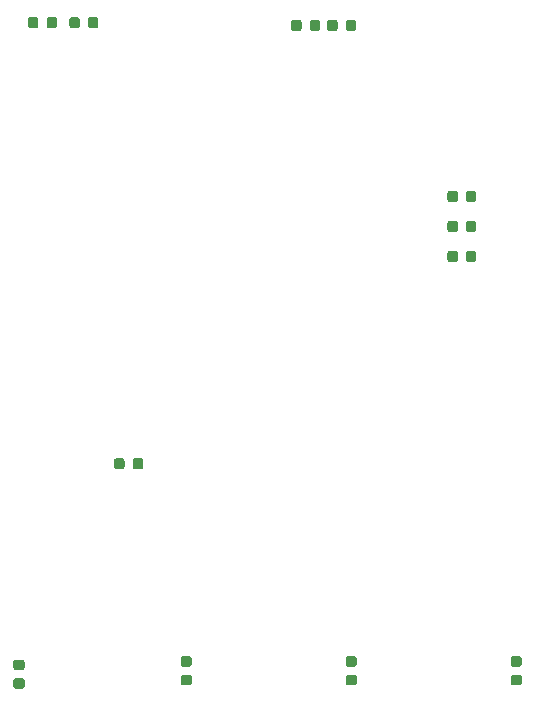
<source format=gbr>
G04 #@! TF.GenerationSoftware,KiCad,Pcbnew,5.0.2+dfsg1-1*
G04 #@! TF.CreationDate,2019-04-16T19:48:13-04:00*
G04 #@! TF.ProjectId,ThorntonAudio,54686f72-6e74-46f6-9e41-7564696f2e6b,rev?*
G04 #@! TF.SameCoordinates,Original*
G04 #@! TF.FileFunction,Paste,Bot*
G04 #@! TF.FilePolarity,Positive*
%FSLAX46Y46*%
G04 Gerber Fmt 4.6, Leading zero omitted, Abs format (unit mm)*
G04 Created by KiCad (PCBNEW 5.0.2+dfsg1-1) date Tue 16 Apr 2019 07:48:13 PM EDT*
%MOMM*%
%LPD*%
G01*
G04 APERTURE LIST*
%ADD10C,0.100000*%
%ADD11C,0.875000*%
G04 APERTURE END LIST*
D10*
G04 #@! TO.C,C18*
G36*
X175970691Y-61502053D02*
X175991926Y-61505203D01*
X176012750Y-61510419D01*
X176032962Y-61517651D01*
X176052368Y-61526830D01*
X176070781Y-61537866D01*
X176088024Y-61550654D01*
X176103930Y-61565070D01*
X176118346Y-61580976D01*
X176131134Y-61598219D01*
X176142170Y-61616632D01*
X176151349Y-61636038D01*
X176158581Y-61656250D01*
X176163797Y-61677074D01*
X176166947Y-61698309D01*
X176168000Y-61719750D01*
X176168000Y-62232250D01*
X176166947Y-62253691D01*
X176163797Y-62274926D01*
X176158581Y-62295750D01*
X176151349Y-62315962D01*
X176142170Y-62335368D01*
X176131134Y-62353781D01*
X176118346Y-62371024D01*
X176103930Y-62386930D01*
X176088024Y-62401346D01*
X176070781Y-62414134D01*
X176052368Y-62425170D01*
X176032962Y-62434349D01*
X176012750Y-62441581D01*
X175991926Y-62446797D01*
X175970691Y-62449947D01*
X175949250Y-62451000D01*
X175511750Y-62451000D01*
X175490309Y-62449947D01*
X175469074Y-62446797D01*
X175448250Y-62441581D01*
X175428038Y-62434349D01*
X175408632Y-62425170D01*
X175390219Y-62414134D01*
X175372976Y-62401346D01*
X175357070Y-62386930D01*
X175342654Y-62371024D01*
X175329866Y-62353781D01*
X175318830Y-62335368D01*
X175309651Y-62315962D01*
X175302419Y-62295750D01*
X175297203Y-62274926D01*
X175294053Y-62253691D01*
X175293000Y-62232250D01*
X175293000Y-61719750D01*
X175294053Y-61698309D01*
X175297203Y-61677074D01*
X175302419Y-61656250D01*
X175309651Y-61636038D01*
X175318830Y-61616632D01*
X175329866Y-61598219D01*
X175342654Y-61580976D01*
X175357070Y-61565070D01*
X175372976Y-61550654D01*
X175390219Y-61537866D01*
X175408632Y-61526830D01*
X175428038Y-61517651D01*
X175448250Y-61510419D01*
X175469074Y-61505203D01*
X175490309Y-61502053D01*
X175511750Y-61501000D01*
X175949250Y-61501000D01*
X175970691Y-61502053D01*
X175970691Y-61502053D01*
G37*
D11*
X175730500Y-61976000D03*
D10*
G36*
X177545691Y-61502053D02*
X177566926Y-61505203D01*
X177587750Y-61510419D01*
X177607962Y-61517651D01*
X177627368Y-61526830D01*
X177645781Y-61537866D01*
X177663024Y-61550654D01*
X177678930Y-61565070D01*
X177693346Y-61580976D01*
X177706134Y-61598219D01*
X177717170Y-61616632D01*
X177726349Y-61636038D01*
X177733581Y-61656250D01*
X177738797Y-61677074D01*
X177741947Y-61698309D01*
X177743000Y-61719750D01*
X177743000Y-62232250D01*
X177741947Y-62253691D01*
X177738797Y-62274926D01*
X177733581Y-62295750D01*
X177726349Y-62315962D01*
X177717170Y-62335368D01*
X177706134Y-62353781D01*
X177693346Y-62371024D01*
X177678930Y-62386930D01*
X177663024Y-62401346D01*
X177645781Y-62414134D01*
X177627368Y-62425170D01*
X177607962Y-62434349D01*
X177587750Y-62441581D01*
X177566926Y-62446797D01*
X177545691Y-62449947D01*
X177524250Y-62451000D01*
X177086750Y-62451000D01*
X177065309Y-62449947D01*
X177044074Y-62446797D01*
X177023250Y-62441581D01*
X177003038Y-62434349D01*
X176983632Y-62425170D01*
X176965219Y-62414134D01*
X176947976Y-62401346D01*
X176932070Y-62386930D01*
X176917654Y-62371024D01*
X176904866Y-62353781D01*
X176893830Y-62335368D01*
X176884651Y-62315962D01*
X176877419Y-62295750D01*
X176872203Y-62274926D01*
X176869053Y-62253691D01*
X176868000Y-62232250D01*
X176868000Y-61719750D01*
X176869053Y-61698309D01*
X176872203Y-61677074D01*
X176877419Y-61656250D01*
X176884651Y-61636038D01*
X176893830Y-61616632D01*
X176904866Y-61598219D01*
X176917654Y-61580976D01*
X176932070Y-61565070D01*
X176947976Y-61550654D01*
X176965219Y-61537866D01*
X176983632Y-61526830D01*
X177003038Y-61517651D01*
X177023250Y-61510419D01*
X177044074Y-61505203D01*
X177065309Y-61502053D01*
X177086750Y-61501000D01*
X177524250Y-61501000D01*
X177545691Y-61502053D01*
X177545691Y-61502053D01*
G37*
D11*
X177305500Y-61976000D03*
G04 #@! TD*
D10*
G04 #@! TO.C,C17*
G36*
X172922691Y-61502053D02*
X172943926Y-61505203D01*
X172964750Y-61510419D01*
X172984962Y-61517651D01*
X173004368Y-61526830D01*
X173022781Y-61537866D01*
X173040024Y-61550654D01*
X173055930Y-61565070D01*
X173070346Y-61580976D01*
X173083134Y-61598219D01*
X173094170Y-61616632D01*
X173103349Y-61636038D01*
X173110581Y-61656250D01*
X173115797Y-61677074D01*
X173118947Y-61698309D01*
X173120000Y-61719750D01*
X173120000Y-62232250D01*
X173118947Y-62253691D01*
X173115797Y-62274926D01*
X173110581Y-62295750D01*
X173103349Y-62315962D01*
X173094170Y-62335368D01*
X173083134Y-62353781D01*
X173070346Y-62371024D01*
X173055930Y-62386930D01*
X173040024Y-62401346D01*
X173022781Y-62414134D01*
X173004368Y-62425170D01*
X172984962Y-62434349D01*
X172964750Y-62441581D01*
X172943926Y-62446797D01*
X172922691Y-62449947D01*
X172901250Y-62451000D01*
X172463750Y-62451000D01*
X172442309Y-62449947D01*
X172421074Y-62446797D01*
X172400250Y-62441581D01*
X172380038Y-62434349D01*
X172360632Y-62425170D01*
X172342219Y-62414134D01*
X172324976Y-62401346D01*
X172309070Y-62386930D01*
X172294654Y-62371024D01*
X172281866Y-62353781D01*
X172270830Y-62335368D01*
X172261651Y-62315962D01*
X172254419Y-62295750D01*
X172249203Y-62274926D01*
X172246053Y-62253691D01*
X172245000Y-62232250D01*
X172245000Y-61719750D01*
X172246053Y-61698309D01*
X172249203Y-61677074D01*
X172254419Y-61656250D01*
X172261651Y-61636038D01*
X172270830Y-61616632D01*
X172281866Y-61598219D01*
X172294654Y-61580976D01*
X172309070Y-61565070D01*
X172324976Y-61550654D01*
X172342219Y-61537866D01*
X172360632Y-61526830D01*
X172380038Y-61517651D01*
X172400250Y-61510419D01*
X172421074Y-61505203D01*
X172442309Y-61502053D01*
X172463750Y-61501000D01*
X172901250Y-61501000D01*
X172922691Y-61502053D01*
X172922691Y-61502053D01*
G37*
D11*
X172682500Y-61976000D03*
D10*
G36*
X174497691Y-61502053D02*
X174518926Y-61505203D01*
X174539750Y-61510419D01*
X174559962Y-61517651D01*
X174579368Y-61526830D01*
X174597781Y-61537866D01*
X174615024Y-61550654D01*
X174630930Y-61565070D01*
X174645346Y-61580976D01*
X174658134Y-61598219D01*
X174669170Y-61616632D01*
X174678349Y-61636038D01*
X174685581Y-61656250D01*
X174690797Y-61677074D01*
X174693947Y-61698309D01*
X174695000Y-61719750D01*
X174695000Y-62232250D01*
X174693947Y-62253691D01*
X174690797Y-62274926D01*
X174685581Y-62295750D01*
X174678349Y-62315962D01*
X174669170Y-62335368D01*
X174658134Y-62353781D01*
X174645346Y-62371024D01*
X174630930Y-62386930D01*
X174615024Y-62401346D01*
X174597781Y-62414134D01*
X174579368Y-62425170D01*
X174559962Y-62434349D01*
X174539750Y-62441581D01*
X174518926Y-62446797D01*
X174497691Y-62449947D01*
X174476250Y-62451000D01*
X174038750Y-62451000D01*
X174017309Y-62449947D01*
X173996074Y-62446797D01*
X173975250Y-62441581D01*
X173955038Y-62434349D01*
X173935632Y-62425170D01*
X173917219Y-62414134D01*
X173899976Y-62401346D01*
X173884070Y-62386930D01*
X173869654Y-62371024D01*
X173856866Y-62353781D01*
X173845830Y-62335368D01*
X173836651Y-62315962D01*
X173829419Y-62295750D01*
X173824203Y-62274926D01*
X173821053Y-62253691D01*
X173820000Y-62232250D01*
X173820000Y-61719750D01*
X173821053Y-61698309D01*
X173824203Y-61677074D01*
X173829419Y-61656250D01*
X173836651Y-61636038D01*
X173845830Y-61616632D01*
X173856866Y-61598219D01*
X173869654Y-61580976D01*
X173884070Y-61565070D01*
X173899976Y-61550654D01*
X173917219Y-61537866D01*
X173935632Y-61526830D01*
X173955038Y-61517651D01*
X173975250Y-61510419D01*
X173996074Y-61505203D01*
X174017309Y-61502053D01*
X174038750Y-61501000D01*
X174476250Y-61501000D01*
X174497691Y-61502053D01*
X174497691Y-61502053D01*
G37*
D11*
X174257500Y-61976000D03*
G04 #@! TD*
D10*
G04 #@! TO.C,R3*
G36*
X191576691Y-116962553D02*
X191597926Y-116965703D01*
X191618750Y-116970919D01*
X191638962Y-116978151D01*
X191658368Y-116987330D01*
X191676781Y-116998366D01*
X191694024Y-117011154D01*
X191709930Y-117025570D01*
X191724346Y-117041476D01*
X191737134Y-117058719D01*
X191748170Y-117077132D01*
X191757349Y-117096538D01*
X191764581Y-117116750D01*
X191769797Y-117137574D01*
X191772947Y-117158809D01*
X191774000Y-117180250D01*
X191774000Y-117617750D01*
X191772947Y-117639191D01*
X191769797Y-117660426D01*
X191764581Y-117681250D01*
X191757349Y-117701462D01*
X191748170Y-117720868D01*
X191737134Y-117739281D01*
X191724346Y-117756524D01*
X191709930Y-117772430D01*
X191694024Y-117786846D01*
X191676781Y-117799634D01*
X191658368Y-117810670D01*
X191638962Y-117819849D01*
X191618750Y-117827081D01*
X191597926Y-117832297D01*
X191576691Y-117835447D01*
X191555250Y-117836500D01*
X191042750Y-117836500D01*
X191021309Y-117835447D01*
X191000074Y-117832297D01*
X190979250Y-117827081D01*
X190959038Y-117819849D01*
X190939632Y-117810670D01*
X190921219Y-117799634D01*
X190903976Y-117786846D01*
X190888070Y-117772430D01*
X190873654Y-117756524D01*
X190860866Y-117739281D01*
X190849830Y-117720868D01*
X190840651Y-117701462D01*
X190833419Y-117681250D01*
X190828203Y-117660426D01*
X190825053Y-117639191D01*
X190824000Y-117617750D01*
X190824000Y-117180250D01*
X190825053Y-117158809D01*
X190828203Y-117137574D01*
X190833419Y-117116750D01*
X190840651Y-117096538D01*
X190849830Y-117077132D01*
X190860866Y-117058719D01*
X190873654Y-117041476D01*
X190888070Y-117025570D01*
X190903976Y-117011154D01*
X190921219Y-116998366D01*
X190939632Y-116987330D01*
X190959038Y-116978151D01*
X190979250Y-116970919D01*
X191000074Y-116965703D01*
X191021309Y-116962553D01*
X191042750Y-116961500D01*
X191555250Y-116961500D01*
X191576691Y-116962553D01*
X191576691Y-116962553D01*
G37*
D11*
X191299000Y-117399000D03*
D10*
G36*
X191576691Y-115387553D02*
X191597926Y-115390703D01*
X191618750Y-115395919D01*
X191638962Y-115403151D01*
X191658368Y-115412330D01*
X191676781Y-115423366D01*
X191694024Y-115436154D01*
X191709930Y-115450570D01*
X191724346Y-115466476D01*
X191737134Y-115483719D01*
X191748170Y-115502132D01*
X191757349Y-115521538D01*
X191764581Y-115541750D01*
X191769797Y-115562574D01*
X191772947Y-115583809D01*
X191774000Y-115605250D01*
X191774000Y-116042750D01*
X191772947Y-116064191D01*
X191769797Y-116085426D01*
X191764581Y-116106250D01*
X191757349Y-116126462D01*
X191748170Y-116145868D01*
X191737134Y-116164281D01*
X191724346Y-116181524D01*
X191709930Y-116197430D01*
X191694024Y-116211846D01*
X191676781Y-116224634D01*
X191658368Y-116235670D01*
X191638962Y-116244849D01*
X191618750Y-116252081D01*
X191597926Y-116257297D01*
X191576691Y-116260447D01*
X191555250Y-116261500D01*
X191042750Y-116261500D01*
X191021309Y-116260447D01*
X191000074Y-116257297D01*
X190979250Y-116252081D01*
X190959038Y-116244849D01*
X190939632Y-116235670D01*
X190921219Y-116224634D01*
X190903976Y-116211846D01*
X190888070Y-116197430D01*
X190873654Y-116181524D01*
X190860866Y-116164281D01*
X190849830Y-116145868D01*
X190840651Y-116126462D01*
X190833419Y-116106250D01*
X190828203Y-116085426D01*
X190825053Y-116064191D01*
X190824000Y-116042750D01*
X190824000Y-115605250D01*
X190825053Y-115583809D01*
X190828203Y-115562574D01*
X190833419Y-115541750D01*
X190840651Y-115521538D01*
X190849830Y-115502132D01*
X190860866Y-115483719D01*
X190873654Y-115466476D01*
X190888070Y-115450570D01*
X190903976Y-115436154D01*
X190921219Y-115423366D01*
X190939632Y-115412330D01*
X190959038Y-115403151D01*
X190979250Y-115395919D01*
X191000074Y-115390703D01*
X191021309Y-115387553D01*
X191042750Y-115386500D01*
X191555250Y-115386500D01*
X191576691Y-115387553D01*
X191576691Y-115387553D01*
G37*
D11*
X191299000Y-115824000D03*
G04 #@! TD*
D10*
G04 #@! TO.C,R10*
G36*
X186154191Y-75980053D02*
X186175426Y-75983203D01*
X186196250Y-75988419D01*
X186216462Y-75995651D01*
X186235868Y-76004830D01*
X186254281Y-76015866D01*
X186271524Y-76028654D01*
X186287430Y-76043070D01*
X186301846Y-76058976D01*
X186314634Y-76076219D01*
X186325670Y-76094632D01*
X186334849Y-76114038D01*
X186342081Y-76134250D01*
X186347297Y-76155074D01*
X186350447Y-76176309D01*
X186351500Y-76197750D01*
X186351500Y-76710250D01*
X186350447Y-76731691D01*
X186347297Y-76752926D01*
X186342081Y-76773750D01*
X186334849Y-76793962D01*
X186325670Y-76813368D01*
X186314634Y-76831781D01*
X186301846Y-76849024D01*
X186287430Y-76864930D01*
X186271524Y-76879346D01*
X186254281Y-76892134D01*
X186235868Y-76903170D01*
X186216462Y-76912349D01*
X186196250Y-76919581D01*
X186175426Y-76924797D01*
X186154191Y-76927947D01*
X186132750Y-76929000D01*
X185695250Y-76929000D01*
X185673809Y-76927947D01*
X185652574Y-76924797D01*
X185631750Y-76919581D01*
X185611538Y-76912349D01*
X185592132Y-76903170D01*
X185573719Y-76892134D01*
X185556476Y-76879346D01*
X185540570Y-76864930D01*
X185526154Y-76849024D01*
X185513366Y-76831781D01*
X185502330Y-76813368D01*
X185493151Y-76793962D01*
X185485919Y-76773750D01*
X185480703Y-76752926D01*
X185477553Y-76731691D01*
X185476500Y-76710250D01*
X185476500Y-76197750D01*
X185477553Y-76176309D01*
X185480703Y-76155074D01*
X185485919Y-76134250D01*
X185493151Y-76114038D01*
X185502330Y-76094632D01*
X185513366Y-76076219D01*
X185526154Y-76058976D01*
X185540570Y-76043070D01*
X185556476Y-76028654D01*
X185573719Y-76015866D01*
X185592132Y-76004830D01*
X185611538Y-75995651D01*
X185631750Y-75988419D01*
X185652574Y-75983203D01*
X185673809Y-75980053D01*
X185695250Y-75979000D01*
X186132750Y-75979000D01*
X186154191Y-75980053D01*
X186154191Y-75980053D01*
G37*
D11*
X185914000Y-76454000D03*
D10*
G36*
X187729191Y-75980053D02*
X187750426Y-75983203D01*
X187771250Y-75988419D01*
X187791462Y-75995651D01*
X187810868Y-76004830D01*
X187829281Y-76015866D01*
X187846524Y-76028654D01*
X187862430Y-76043070D01*
X187876846Y-76058976D01*
X187889634Y-76076219D01*
X187900670Y-76094632D01*
X187909849Y-76114038D01*
X187917081Y-76134250D01*
X187922297Y-76155074D01*
X187925447Y-76176309D01*
X187926500Y-76197750D01*
X187926500Y-76710250D01*
X187925447Y-76731691D01*
X187922297Y-76752926D01*
X187917081Y-76773750D01*
X187909849Y-76793962D01*
X187900670Y-76813368D01*
X187889634Y-76831781D01*
X187876846Y-76849024D01*
X187862430Y-76864930D01*
X187846524Y-76879346D01*
X187829281Y-76892134D01*
X187810868Y-76903170D01*
X187791462Y-76912349D01*
X187771250Y-76919581D01*
X187750426Y-76924797D01*
X187729191Y-76927947D01*
X187707750Y-76929000D01*
X187270250Y-76929000D01*
X187248809Y-76927947D01*
X187227574Y-76924797D01*
X187206750Y-76919581D01*
X187186538Y-76912349D01*
X187167132Y-76903170D01*
X187148719Y-76892134D01*
X187131476Y-76879346D01*
X187115570Y-76864930D01*
X187101154Y-76849024D01*
X187088366Y-76831781D01*
X187077330Y-76813368D01*
X187068151Y-76793962D01*
X187060919Y-76773750D01*
X187055703Y-76752926D01*
X187052553Y-76731691D01*
X187051500Y-76710250D01*
X187051500Y-76197750D01*
X187052553Y-76176309D01*
X187055703Y-76155074D01*
X187060919Y-76134250D01*
X187068151Y-76114038D01*
X187077330Y-76094632D01*
X187088366Y-76076219D01*
X187101154Y-76058976D01*
X187115570Y-76043070D01*
X187131476Y-76028654D01*
X187148719Y-76015866D01*
X187167132Y-76004830D01*
X187186538Y-75995651D01*
X187206750Y-75988419D01*
X187227574Y-75983203D01*
X187248809Y-75980053D01*
X187270250Y-75979000D01*
X187707750Y-75979000D01*
X187729191Y-75980053D01*
X187729191Y-75980053D01*
G37*
D11*
X187489000Y-76454000D03*
G04 #@! TD*
D10*
G04 #@! TO.C,R9*
G36*
X187729191Y-78520053D02*
X187750426Y-78523203D01*
X187771250Y-78528419D01*
X187791462Y-78535651D01*
X187810868Y-78544830D01*
X187829281Y-78555866D01*
X187846524Y-78568654D01*
X187862430Y-78583070D01*
X187876846Y-78598976D01*
X187889634Y-78616219D01*
X187900670Y-78634632D01*
X187909849Y-78654038D01*
X187917081Y-78674250D01*
X187922297Y-78695074D01*
X187925447Y-78716309D01*
X187926500Y-78737750D01*
X187926500Y-79250250D01*
X187925447Y-79271691D01*
X187922297Y-79292926D01*
X187917081Y-79313750D01*
X187909849Y-79333962D01*
X187900670Y-79353368D01*
X187889634Y-79371781D01*
X187876846Y-79389024D01*
X187862430Y-79404930D01*
X187846524Y-79419346D01*
X187829281Y-79432134D01*
X187810868Y-79443170D01*
X187791462Y-79452349D01*
X187771250Y-79459581D01*
X187750426Y-79464797D01*
X187729191Y-79467947D01*
X187707750Y-79469000D01*
X187270250Y-79469000D01*
X187248809Y-79467947D01*
X187227574Y-79464797D01*
X187206750Y-79459581D01*
X187186538Y-79452349D01*
X187167132Y-79443170D01*
X187148719Y-79432134D01*
X187131476Y-79419346D01*
X187115570Y-79404930D01*
X187101154Y-79389024D01*
X187088366Y-79371781D01*
X187077330Y-79353368D01*
X187068151Y-79333962D01*
X187060919Y-79313750D01*
X187055703Y-79292926D01*
X187052553Y-79271691D01*
X187051500Y-79250250D01*
X187051500Y-78737750D01*
X187052553Y-78716309D01*
X187055703Y-78695074D01*
X187060919Y-78674250D01*
X187068151Y-78654038D01*
X187077330Y-78634632D01*
X187088366Y-78616219D01*
X187101154Y-78598976D01*
X187115570Y-78583070D01*
X187131476Y-78568654D01*
X187148719Y-78555866D01*
X187167132Y-78544830D01*
X187186538Y-78535651D01*
X187206750Y-78528419D01*
X187227574Y-78523203D01*
X187248809Y-78520053D01*
X187270250Y-78519000D01*
X187707750Y-78519000D01*
X187729191Y-78520053D01*
X187729191Y-78520053D01*
G37*
D11*
X187489000Y-78994000D03*
D10*
G36*
X186154191Y-78520053D02*
X186175426Y-78523203D01*
X186196250Y-78528419D01*
X186216462Y-78535651D01*
X186235868Y-78544830D01*
X186254281Y-78555866D01*
X186271524Y-78568654D01*
X186287430Y-78583070D01*
X186301846Y-78598976D01*
X186314634Y-78616219D01*
X186325670Y-78634632D01*
X186334849Y-78654038D01*
X186342081Y-78674250D01*
X186347297Y-78695074D01*
X186350447Y-78716309D01*
X186351500Y-78737750D01*
X186351500Y-79250250D01*
X186350447Y-79271691D01*
X186347297Y-79292926D01*
X186342081Y-79313750D01*
X186334849Y-79333962D01*
X186325670Y-79353368D01*
X186314634Y-79371781D01*
X186301846Y-79389024D01*
X186287430Y-79404930D01*
X186271524Y-79419346D01*
X186254281Y-79432134D01*
X186235868Y-79443170D01*
X186216462Y-79452349D01*
X186196250Y-79459581D01*
X186175426Y-79464797D01*
X186154191Y-79467947D01*
X186132750Y-79469000D01*
X185695250Y-79469000D01*
X185673809Y-79467947D01*
X185652574Y-79464797D01*
X185631750Y-79459581D01*
X185611538Y-79452349D01*
X185592132Y-79443170D01*
X185573719Y-79432134D01*
X185556476Y-79419346D01*
X185540570Y-79404930D01*
X185526154Y-79389024D01*
X185513366Y-79371781D01*
X185502330Y-79353368D01*
X185493151Y-79333962D01*
X185485919Y-79313750D01*
X185480703Y-79292926D01*
X185477553Y-79271691D01*
X185476500Y-79250250D01*
X185476500Y-78737750D01*
X185477553Y-78716309D01*
X185480703Y-78695074D01*
X185485919Y-78674250D01*
X185493151Y-78654038D01*
X185502330Y-78634632D01*
X185513366Y-78616219D01*
X185526154Y-78598976D01*
X185540570Y-78583070D01*
X185556476Y-78568654D01*
X185573719Y-78555866D01*
X185592132Y-78544830D01*
X185611538Y-78535651D01*
X185631750Y-78528419D01*
X185652574Y-78523203D01*
X185673809Y-78520053D01*
X185695250Y-78519000D01*
X186132750Y-78519000D01*
X186154191Y-78520053D01*
X186154191Y-78520053D01*
G37*
D11*
X185914000Y-78994000D03*
G04 #@! TD*
D10*
G04 #@! TO.C,R8*
G36*
X186154191Y-81060053D02*
X186175426Y-81063203D01*
X186196250Y-81068419D01*
X186216462Y-81075651D01*
X186235868Y-81084830D01*
X186254281Y-81095866D01*
X186271524Y-81108654D01*
X186287430Y-81123070D01*
X186301846Y-81138976D01*
X186314634Y-81156219D01*
X186325670Y-81174632D01*
X186334849Y-81194038D01*
X186342081Y-81214250D01*
X186347297Y-81235074D01*
X186350447Y-81256309D01*
X186351500Y-81277750D01*
X186351500Y-81790250D01*
X186350447Y-81811691D01*
X186347297Y-81832926D01*
X186342081Y-81853750D01*
X186334849Y-81873962D01*
X186325670Y-81893368D01*
X186314634Y-81911781D01*
X186301846Y-81929024D01*
X186287430Y-81944930D01*
X186271524Y-81959346D01*
X186254281Y-81972134D01*
X186235868Y-81983170D01*
X186216462Y-81992349D01*
X186196250Y-81999581D01*
X186175426Y-82004797D01*
X186154191Y-82007947D01*
X186132750Y-82009000D01*
X185695250Y-82009000D01*
X185673809Y-82007947D01*
X185652574Y-82004797D01*
X185631750Y-81999581D01*
X185611538Y-81992349D01*
X185592132Y-81983170D01*
X185573719Y-81972134D01*
X185556476Y-81959346D01*
X185540570Y-81944930D01*
X185526154Y-81929024D01*
X185513366Y-81911781D01*
X185502330Y-81893368D01*
X185493151Y-81873962D01*
X185485919Y-81853750D01*
X185480703Y-81832926D01*
X185477553Y-81811691D01*
X185476500Y-81790250D01*
X185476500Y-81277750D01*
X185477553Y-81256309D01*
X185480703Y-81235074D01*
X185485919Y-81214250D01*
X185493151Y-81194038D01*
X185502330Y-81174632D01*
X185513366Y-81156219D01*
X185526154Y-81138976D01*
X185540570Y-81123070D01*
X185556476Y-81108654D01*
X185573719Y-81095866D01*
X185592132Y-81084830D01*
X185611538Y-81075651D01*
X185631750Y-81068419D01*
X185652574Y-81063203D01*
X185673809Y-81060053D01*
X185695250Y-81059000D01*
X186132750Y-81059000D01*
X186154191Y-81060053D01*
X186154191Y-81060053D01*
G37*
D11*
X185914000Y-81534000D03*
D10*
G36*
X187729191Y-81060053D02*
X187750426Y-81063203D01*
X187771250Y-81068419D01*
X187791462Y-81075651D01*
X187810868Y-81084830D01*
X187829281Y-81095866D01*
X187846524Y-81108654D01*
X187862430Y-81123070D01*
X187876846Y-81138976D01*
X187889634Y-81156219D01*
X187900670Y-81174632D01*
X187909849Y-81194038D01*
X187917081Y-81214250D01*
X187922297Y-81235074D01*
X187925447Y-81256309D01*
X187926500Y-81277750D01*
X187926500Y-81790250D01*
X187925447Y-81811691D01*
X187922297Y-81832926D01*
X187917081Y-81853750D01*
X187909849Y-81873962D01*
X187900670Y-81893368D01*
X187889634Y-81911781D01*
X187876846Y-81929024D01*
X187862430Y-81944930D01*
X187846524Y-81959346D01*
X187829281Y-81972134D01*
X187810868Y-81983170D01*
X187791462Y-81992349D01*
X187771250Y-81999581D01*
X187750426Y-82004797D01*
X187729191Y-82007947D01*
X187707750Y-82009000D01*
X187270250Y-82009000D01*
X187248809Y-82007947D01*
X187227574Y-82004797D01*
X187206750Y-81999581D01*
X187186538Y-81992349D01*
X187167132Y-81983170D01*
X187148719Y-81972134D01*
X187131476Y-81959346D01*
X187115570Y-81944930D01*
X187101154Y-81929024D01*
X187088366Y-81911781D01*
X187077330Y-81893368D01*
X187068151Y-81873962D01*
X187060919Y-81853750D01*
X187055703Y-81832926D01*
X187052553Y-81811691D01*
X187051500Y-81790250D01*
X187051500Y-81277750D01*
X187052553Y-81256309D01*
X187055703Y-81235074D01*
X187060919Y-81214250D01*
X187068151Y-81194038D01*
X187077330Y-81174632D01*
X187088366Y-81156219D01*
X187101154Y-81138976D01*
X187115570Y-81123070D01*
X187131476Y-81108654D01*
X187148719Y-81095866D01*
X187167132Y-81084830D01*
X187186538Y-81075651D01*
X187206750Y-81068419D01*
X187227574Y-81063203D01*
X187248809Y-81060053D01*
X187270250Y-81059000D01*
X187707750Y-81059000D01*
X187729191Y-81060053D01*
X187729191Y-81060053D01*
G37*
D11*
X187489000Y-81534000D03*
G04 #@! TD*
D10*
G04 #@! TO.C,R7*
G36*
X157934691Y-98611553D02*
X157955926Y-98614703D01*
X157976750Y-98619919D01*
X157996962Y-98627151D01*
X158016368Y-98636330D01*
X158034781Y-98647366D01*
X158052024Y-98660154D01*
X158067930Y-98674570D01*
X158082346Y-98690476D01*
X158095134Y-98707719D01*
X158106170Y-98726132D01*
X158115349Y-98745538D01*
X158122581Y-98765750D01*
X158127797Y-98786574D01*
X158130947Y-98807809D01*
X158132000Y-98829250D01*
X158132000Y-99341750D01*
X158130947Y-99363191D01*
X158127797Y-99384426D01*
X158122581Y-99405250D01*
X158115349Y-99425462D01*
X158106170Y-99444868D01*
X158095134Y-99463281D01*
X158082346Y-99480524D01*
X158067930Y-99496430D01*
X158052024Y-99510846D01*
X158034781Y-99523634D01*
X158016368Y-99534670D01*
X157996962Y-99543849D01*
X157976750Y-99551081D01*
X157955926Y-99556297D01*
X157934691Y-99559447D01*
X157913250Y-99560500D01*
X157475750Y-99560500D01*
X157454309Y-99559447D01*
X157433074Y-99556297D01*
X157412250Y-99551081D01*
X157392038Y-99543849D01*
X157372632Y-99534670D01*
X157354219Y-99523634D01*
X157336976Y-99510846D01*
X157321070Y-99496430D01*
X157306654Y-99480524D01*
X157293866Y-99463281D01*
X157282830Y-99444868D01*
X157273651Y-99425462D01*
X157266419Y-99405250D01*
X157261203Y-99384426D01*
X157258053Y-99363191D01*
X157257000Y-99341750D01*
X157257000Y-98829250D01*
X157258053Y-98807809D01*
X157261203Y-98786574D01*
X157266419Y-98765750D01*
X157273651Y-98745538D01*
X157282830Y-98726132D01*
X157293866Y-98707719D01*
X157306654Y-98690476D01*
X157321070Y-98674570D01*
X157336976Y-98660154D01*
X157354219Y-98647366D01*
X157372632Y-98636330D01*
X157392038Y-98627151D01*
X157412250Y-98619919D01*
X157433074Y-98614703D01*
X157454309Y-98611553D01*
X157475750Y-98610500D01*
X157913250Y-98610500D01*
X157934691Y-98611553D01*
X157934691Y-98611553D01*
G37*
D11*
X157694500Y-99085500D03*
D10*
G36*
X159509691Y-98611553D02*
X159530926Y-98614703D01*
X159551750Y-98619919D01*
X159571962Y-98627151D01*
X159591368Y-98636330D01*
X159609781Y-98647366D01*
X159627024Y-98660154D01*
X159642930Y-98674570D01*
X159657346Y-98690476D01*
X159670134Y-98707719D01*
X159681170Y-98726132D01*
X159690349Y-98745538D01*
X159697581Y-98765750D01*
X159702797Y-98786574D01*
X159705947Y-98807809D01*
X159707000Y-98829250D01*
X159707000Y-99341750D01*
X159705947Y-99363191D01*
X159702797Y-99384426D01*
X159697581Y-99405250D01*
X159690349Y-99425462D01*
X159681170Y-99444868D01*
X159670134Y-99463281D01*
X159657346Y-99480524D01*
X159642930Y-99496430D01*
X159627024Y-99510846D01*
X159609781Y-99523634D01*
X159591368Y-99534670D01*
X159571962Y-99543849D01*
X159551750Y-99551081D01*
X159530926Y-99556297D01*
X159509691Y-99559447D01*
X159488250Y-99560500D01*
X159050750Y-99560500D01*
X159029309Y-99559447D01*
X159008074Y-99556297D01*
X158987250Y-99551081D01*
X158967038Y-99543849D01*
X158947632Y-99534670D01*
X158929219Y-99523634D01*
X158911976Y-99510846D01*
X158896070Y-99496430D01*
X158881654Y-99480524D01*
X158868866Y-99463281D01*
X158857830Y-99444868D01*
X158848651Y-99425462D01*
X158841419Y-99405250D01*
X158836203Y-99384426D01*
X158833053Y-99363191D01*
X158832000Y-99341750D01*
X158832000Y-98829250D01*
X158833053Y-98807809D01*
X158836203Y-98786574D01*
X158841419Y-98765750D01*
X158848651Y-98745538D01*
X158857830Y-98726132D01*
X158868866Y-98707719D01*
X158881654Y-98690476D01*
X158896070Y-98674570D01*
X158911976Y-98660154D01*
X158929219Y-98647366D01*
X158947632Y-98636330D01*
X158967038Y-98627151D01*
X158987250Y-98619919D01*
X159008074Y-98614703D01*
X159029309Y-98611553D01*
X159050750Y-98610500D01*
X159488250Y-98610500D01*
X159509691Y-98611553D01*
X159509691Y-98611553D01*
G37*
D11*
X159269500Y-99085500D03*
G04 #@! TD*
D10*
G04 #@! TO.C,R6*
G36*
X149472691Y-115675553D02*
X149493926Y-115678703D01*
X149514750Y-115683919D01*
X149534962Y-115691151D01*
X149554368Y-115700330D01*
X149572781Y-115711366D01*
X149590024Y-115724154D01*
X149605930Y-115738570D01*
X149620346Y-115754476D01*
X149633134Y-115771719D01*
X149644170Y-115790132D01*
X149653349Y-115809538D01*
X149660581Y-115829750D01*
X149665797Y-115850574D01*
X149668947Y-115871809D01*
X149670000Y-115893250D01*
X149670000Y-116330750D01*
X149668947Y-116352191D01*
X149665797Y-116373426D01*
X149660581Y-116394250D01*
X149653349Y-116414462D01*
X149644170Y-116433868D01*
X149633134Y-116452281D01*
X149620346Y-116469524D01*
X149605930Y-116485430D01*
X149590024Y-116499846D01*
X149572781Y-116512634D01*
X149554368Y-116523670D01*
X149534962Y-116532849D01*
X149514750Y-116540081D01*
X149493926Y-116545297D01*
X149472691Y-116548447D01*
X149451250Y-116549500D01*
X148938750Y-116549500D01*
X148917309Y-116548447D01*
X148896074Y-116545297D01*
X148875250Y-116540081D01*
X148855038Y-116532849D01*
X148835632Y-116523670D01*
X148817219Y-116512634D01*
X148799976Y-116499846D01*
X148784070Y-116485430D01*
X148769654Y-116469524D01*
X148756866Y-116452281D01*
X148745830Y-116433868D01*
X148736651Y-116414462D01*
X148729419Y-116394250D01*
X148724203Y-116373426D01*
X148721053Y-116352191D01*
X148720000Y-116330750D01*
X148720000Y-115893250D01*
X148721053Y-115871809D01*
X148724203Y-115850574D01*
X148729419Y-115829750D01*
X148736651Y-115809538D01*
X148745830Y-115790132D01*
X148756866Y-115771719D01*
X148769654Y-115754476D01*
X148784070Y-115738570D01*
X148799976Y-115724154D01*
X148817219Y-115711366D01*
X148835632Y-115700330D01*
X148855038Y-115691151D01*
X148875250Y-115683919D01*
X148896074Y-115678703D01*
X148917309Y-115675553D01*
X148938750Y-115674500D01*
X149451250Y-115674500D01*
X149472691Y-115675553D01*
X149472691Y-115675553D01*
G37*
D11*
X149195000Y-116112000D03*
D10*
G36*
X149472691Y-117250553D02*
X149493926Y-117253703D01*
X149514750Y-117258919D01*
X149534962Y-117266151D01*
X149554368Y-117275330D01*
X149572781Y-117286366D01*
X149590024Y-117299154D01*
X149605930Y-117313570D01*
X149620346Y-117329476D01*
X149633134Y-117346719D01*
X149644170Y-117365132D01*
X149653349Y-117384538D01*
X149660581Y-117404750D01*
X149665797Y-117425574D01*
X149668947Y-117446809D01*
X149670000Y-117468250D01*
X149670000Y-117905750D01*
X149668947Y-117927191D01*
X149665797Y-117948426D01*
X149660581Y-117969250D01*
X149653349Y-117989462D01*
X149644170Y-118008868D01*
X149633134Y-118027281D01*
X149620346Y-118044524D01*
X149605930Y-118060430D01*
X149590024Y-118074846D01*
X149572781Y-118087634D01*
X149554368Y-118098670D01*
X149534962Y-118107849D01*
X149514750Y-118115081D01*
X149493926Y-118120297D01*
X149472691Y-118123447D01*
X149451250Y-118124500D01*
X148938750Y-118124500D01*
X148917309Y-118123447D01*
X148896074Y-118120297D01*
X148875250Y-118115081D01*
X148855038Y-118107849D01*
X148835632Y-118098670D01*
X148817219Y-118087634D01*
X148799976Y-118074846D01*
X148784070Y-118060430D01*
X148769654Y-118044524D01*
X148756866Y-118027281D01*
X148745830Y-118008868D01*
X148736651Y-117989462D01*
X148729419Y-117969250D01*
X148724203Y-117948426D01*
X148721053Y-117927191D01*
X148720000Y-117905750D01*
X148720000Y-117468250D01*
X148721053Y-117446809D01*
X148724203Y-117425574D01*
X148729419Y-117404750D01*
X148736651Y-117384538D01*
X148745830Y-117365132D01*
X148756866Y-117346719D01*
X148769654Y-117329476D01*
X148784070Y-117313570D01*
X148799976Y-117299154D01*
X148817219Y-117286366D01*
X148835632Y-117275330D01*
X148855038Y-117266151D01*
X148875250Y-117258919D01*
X148896074Y-117253703D01*
X148917309Y-117250553D01*
X148938750Y-117249500D01*
X149451250Y-117249500D01*
X149472691Y-117250553D01*
X149472691Y-117250553D01*
G37*
D11*
X149195000Y-117687000D03*
G04 #@! TD*
D10*
G04 #@! TO.C,R5*
G36*
X163636691Y-116962553D02*
X163657926Y-116965703D01*
X163678750Y-116970919D01*
X163698962Y-116978151D01*
X163718368Y-116987330D01*
X163736781Y-116998366D01*
X163754024Y-117011154D01*
X163769930Y-117025570D01*
X163784346Y-117041476D01*
X163797134Y-117058719D01*
X163808170Y-117077132D01*
X163817349Y-117096538D01*
X163824581Y-117116750D01*
X163829797Y-117137574D01*
X163832947Y-117158809D01*
X163834000Y-117180250D01*
X163834000Y-117617750D01*
X163832947Y-117639191D01*
X163829797Y-117660426D01*
X163824581Y-117681250D01*
X163817349Y-117701462D01*
X163808170Y-117720868D01*
X163797134Y-117739281D01*
X163784346Y-117756524D01*
X163769930Y-117772430D01*
X163754024Y-117786846D01*
X163736781Y-117799634D01*
X163718368Y-117810670D01*
X163698962Y-117819849D01*
X163678750Y-117827081D01*
X163657926Y-117832297D01*
X163636691Y-117835447D01*
X163615250Y-117836500D01*
X163102750Y-117836500D01*
X163081309Y-117835447D01*
X163060074Y-117832297D01*
X163039250Y-117827081D01*
X163019038Y-117819849D01*
X162999632Y-117810670D01*
X162981219Y-117799634D01*
X162963976Y-117786846D01*
X162948070Y-117772430D01*
X162933654Y-117756524D01*
X162920866Y-117739281D01*
X162909830Y-117720868D01*
X162900651Y-117701462D01*
X162893419Y-117681250D01*
X162888203Y-117660426D01*
X162885053Y-117639191D01*
X162884000Y-117617750D01*
X162884000Y-117180250D01*
X162885053Y-117158809D01*
X162888203Y-117137574D01*
X162893419Y-117116750D01*
X162900651Y-117096538D01*
X162909830Y-117077132D01*
X162920866Y-117058719D01*
X162933654Y-117041476D01*
X162948070Y-117025570D01*
X162963976Y-117011154D01*
X162981219Y-116998366D01*
X162999632Y-116987330D01*
X163019038Y-116978151D01*
X163039250Y-116970919D01*
X163060074Y-116965703D01*
X163081309Y-116962553D01*
X163102750Y-116961500D01*
X163615250Y-116961500D01*
X163636691Y-116962553D01*
X163636691Y-116962553D01*
G37*
D11*
X163359000Y-117399000D03*
D10*
G36*
X163636691Y-115387553D02*
X163657926Y-115390703D01*
X163678750Y-115395919D01*
X163698962Y-115403151D01*
X163718368Y-115412330D01*
X163736781Y-115423366D01*
X163754024Y-115436154D01*
X163769930Y-115450570D01*
X163784346Y-115466476D01*
X163797134Y-115483719D01*
X163808170Y-115502132D01*
X163817349Y-115521538D01*
X163824581Y-115541750D01*
X163829797Y-115562574D01*
X163832947Y-115583809D01*
X163834000Y-115605250D01*
X163834000Y-116042750D01*
X163832947Y-116064191D01*
X163829797Y-116085426D01*
X163824581Y-116106250D01*
X163817349Y-116126462D01*
X163808170Y-116145868D01*
X163797134Y-116164281D01*
X163784346Y-116181524D01*
X163769930Y-116197430D01*
X163754024Y-116211846D01*
X163736781Y-116224634D01*
X163718368Y-116235670D01*
X163698962Y-116244849D01*
X163678750Y-116252081D01*
X163657926Y-116257297D01*
X163636691Y-116260447D01*
X163615250Y-116261500D01*
X163102750Y-116261500D01*
X163081309Y-116260447D01*
X163060074Y-116257297D01*
X163039250Y-116252081D01*
X163019038Y-116244849D01*
X162999632Y-116235670D01*
X162981219Y-116224634D01*
X162963976Y-116211846D01*
X162948070Y-116197430D01*
X162933654Y-116181524D01*
X162920866Y-116164281D01*
X162909830Y-116145868D01*
X162900651Y-116126462D01*
X162893419Y-116106250D01*
X162888203Y-116085426D01*
X162885053Y-116064191D01*
X162884000Y-116042750D01*
X162884000Y-115605250D01*
X162885053Y-115583809D01*
X162888203Y-115562574D01*
X162893419Y-115541750D01*
X162900651Y-115521538D01*
X162909830Y-115502132D01*
X162920866Y-115483719D01*
X162933654Y-115466476D01*
X162948070Y-115450570D01*
X162963976Y-115436154D01*
X162981219Y-115423366D01*
X162999632Y-115412330D01*
X163019038Y-115403151D01*
X163039250Y-115395919D01*
X163060074Y-115390703D01*
X163081309Y-115387553D01*
X163102750Y-115386500D01*
X163615250Y-115386500D01*
X163636691Y-115387553D01*
X163636691Y-115387553D01*
G37*
D11*
X163359000Y-115824000D03*
G04 #@! TD*
D10*
G04 #@! TO.C,R4*
G36*
X177606691Y-115387553D02*
X177627926Y-115390703D01*
X177648750Y-115395919D01*
X177668962Y-115403151D01*
X177688368Y-115412330D01*
X177706781Y-115423366D01*
X177724024Y-115436154D01*
X177739930Y-115450570D01*
X177754346Y-115466476D01*
X177767134Y-115483719D01*
X177778170Y-115502132D01*
X177787349Y-115521538D01*
X177794581Y-115541750D01*
X177799797Y-115562574D01*
X177802947Y-115583809D01*
X177804000Y-115605250D01*
X177804000Y-116042750D01*
X177802947Y-116064191D01*
X177799797Y-116085426D01*
X177794581Y-116106250D01*
X177787349Y-116126462D01*
X177778170Y-116145868D01*
X177767134Y-116164281D01*
X177754346Y-116181524D01*
X177739930Y-116197430D01*
X177724024Y-116211846D01*
X177706781Y-116224634D01*
X177688368Y-116235670D01*
X177668962Y-116244849D01*
X177648750Y-116252081D01*
X177627926Y-116257297D01*
X177606691Y-116260447D01*
X177585250Y-116261500D01*
X177072750Y-116261500D01*
X177051309Y-116260447D01*
X177030074Y-116257297D01*
X177009250Y-116252081D01*
X176989038Y-116244849D01*
X176969632Y-116235670D01*
X176951219Y-116224634D01*
X176933976Y-116211846D01*
X176918070Y-116197430D01*
X176903654Y-116181524D01*
X176890866Y-116164281D01*
X176879830Y-116145868D01*
X176870651Y-116126462D01*
X176863419Y-116106250D01*
X176858203Y-116085426D01*
X176855053Y-116064191D01*
X176854000Y-116042750D01*
X176854000Y-115605250D01*
X176855053Y-115583809D01*
X176858203Y-115562574D01*
X176863419Y-115541750D01*
X176870651Y-115521538D01*
X176879830Y-115502132D01*
X176890866Y-115483719D01*
X176903654Y-115466476D01*
X176918070Y-115450570D01*
X176933976Y-115436154D01*
X176951219Y-115423366D01*
X176969632Y-115412330D01*
X176989038Y-115403151D01*
X177009250Y-115395919D01*
X177030074Y-115390703D01*
X177051309Y-115387553D01*
X177072750Y-115386500D01*
X177585250Y-115386500D01*
X177606691Y-115387553D01*
X177606691Y-115387553D01*
G37*
D11*
X177329000Y-115824000D03*
D10*
G36*
X177606691Y-116962553D02*
X177627926Y-116965703D01*
X177648750Y-116970919D01*
X177668962Y-116978151D01*
X177688368Y-116987330D01*
X177706781Y-116998366D01*
X177724024Y-117011154D01*
X177739930Y-117025570D01*
X177754346Y-117041476D01*
X177767134Y-117058719D01*
X177778170Y-117077132D01*
X177787349Y-117096538D01*
X177794581Y-117116750D01*
X177799797Y-117137574D01*
X177802947Y-117158809D01*
X177804000Y-117180250D01*
X177804000Y-117617750D01*
X177802947Y-117639191D01*
X177799797Y-117660426D01*
X177794581Y-117681250D01*
X177787349Y-117701462D01*
X177778170Y-117720868D01*
X177767134Y-117739281D01*
X177754346Y-117756524D01*
X177739930Y-117772430D01*
X177724024Y-117786846D01*
X177706781Y-117799634D01*
X177688368Y-117810670D01*
X177668962Y-117819849D01*
X177648750Y-117827081D01*
X177627926Y-117832297D01*
X177606691Y-117835447D01*
X177585250Y-117836500D01*
X177072750Y-117836500D01*
X177051309Y-117835447D01*
X177030074Y-117832297D01*
X177009250Y-117827081D01*
X176989038Y-117819849D01*
X176969632Y-117810670D01*
X176951219Y-117799634D01*
X176933976Y-117786846D01*
X176918070Y-117772430D01*
X176903654Y-117756524D01*
X176890866Y-117739281D01*
X176879830Y-117720868D01*
X176870651Y-117701462D01*
X176863419Y-117681250D01*
X176858203Y-117660426D01*
X176855053Y-117639191D01*
X176854000Y-117617750D01*
X176854000Y-117180250D01*
X176855053Y-117158809D01*
X176858203Y-117137574D01*
X176863419Y-117116750D01*
X176870651Y-117096538D01*
X176879830Y-117077132D01*
X176890866Y-117058719D01*
X176903654Y-117041476D01*
X176918070Y-117025570D01*
X176933976Y-117011154D01*
X176951219Y-116998366D01*
X176969632Y-116987330D01*
X176989038Y-116978151D01*
X177009250Y-116970919D01*
X177030074Y-116965703D01*
X177051309Y-116962553D01*
X177072750Y-116961500D01*
X177585250Y-116961500D01*
X177606691Y-116962553D01*
X177606691Y-116962553D01*
G37*
D11*
X177329000Y-117399000D03*
G04 #@! TD*
D10*
G04 #@! TO.C,C9*
G36*
X150640191Y-61274053D02*
X150661426Y-61277203D01*
X150682250Y-61282419D01*
X150702462Y-61289651D01*
X150721868Y-61298830D01*
X150740281Y-61309866D01*
X150757524Y-61322654D01*
X150773430Y-61337070D01*
X150787846Y-61352976D01*
X150800634Y-61370219D01*
X150811670Y-61388632D01*
X150820849Y-61408038D01*
X150828081Y-61428250D01*
X150833297Y-61449074D01*
X150836447Y-61470309D01*
X150837500Y-61491750D01*
X150837500Y-62004250D01*
X150836447Y-62025691D01*
X150833297Y-62046926D01*
X150828081Y-62067750D01*
X150820849Y-62087962D01*
X150811670Y-62107368D01*
X150800634Y-62125781D01*
X150787846Y-62143024D01*
X150773430Y-62158930D01*
X150757524Y-62173346D01*
X150740281Y-62186134D01*
X150721868Y-62197170D01*
X150702462Y-62206349D01*
X150682250Y-62213581D01*
X150661426Y-62218797D01*
X150640191Y-62221947D01*
X150618750Y-62223000D01*
X150181250Y-62223000D01*
X150159809Y-62221947D01*
X150138574Y-62218797D01*
X150117750Y-62213581D01*
X150097538Y-62206349D01*
X150078132Y-62197170D01*
X150059719Y-62186134D01*
X150042476Y-62173346D01*
X150026570Y-62158930D01*
X150012154Y-62143024D01*
X149999366Y-62125781D01*
X149988330Y-62107368D01*
X149979151Y-62087962D01*
X149971919Y-62067750D01*
X149966703Y-62046926D01*
X149963553Y-62025691D01*
X149962500Y-62004250D01*
X149962500Y-61491750D01*
X149963553Y-61470309D01*
X149966703Y-61449074D01*
X149971919Y-61428250D01*
X149979151Y-61408038D01*
X149988330Y-61388632D01*
X149999366Y-61370219D01*
X150012154Y-61352976D01*
X150026570Y-61337070D01*
X150042476Y-61322654D01*
X150059719Y-61309866D01*
X150078132Y-61298830D01*
X150097538Y-61289651D01*
X150117750Y-61282419D01*
X150138574Y-61277203D01*
X150159809Y-61274053D01*
X150181250Y-61273000D01*
X150618750Y-61273000D01*
X150640191Y-61274053D01*
X150640191Y-61274053D01*
G37*
D11*
X150400000Y-61748000D03*
D10*
G36*
X152215191Y-61274053D02*
X152236426Y-61277203D01*
X152257250Y-61282419D01*
X152277462Y-61289651D01*
X152296868Y-61298830D01*
X152315281Y-61309866D01*
X152332524Y-61322654D01*
X152348430Y-61337070D01*
X152362846Y-61352976D01*
X152375634Y-61370219D01*
X152386670Y-61388632D01*
X152395849Y-61408038D01*
X152403081Y-61428250D01*
X152408297Y-61449074D01*
X152411447Y-61470309D01*
X152412500Y-61491750D01*
X152412500Y-62004250D01*
X152411447Y-62025691D01*
X152408297Y-62046926D01*
X152403081Y-62067750D01*
X152395849Y-62087962D01*
X152386670Y-62107368D01*
X152375634Y-62125781D01*
X152362846Y-62143024D01*
X152348430Y-62158930D01*
X152332524Y-62173346D01*
X152315281Y-62186134D01*
X152296868Y-62197170D01*
X152277462Y-62206349D01*
X152257250Y-62213581D01*
X152236426Y-62218797D01*
X152215191Y-62221947D01*
X152193750Y-62223000D01*
X151756250Y-62223000D01*
X151734809Y-62221947D01*
X151713574Y-62218797D01*
X151692750Y-62213581D01*
X151672538Y-62206349D01*
X151653132Y-62197170D01*
X151634719Y-62186134D01*
X151617476Y-62173346D01*
X151601570Y-62158930D01*
X151587154Y-62143024D01*
X151574366Y-62125781D01*
X151563330Y-62107368D01*
X151554151Y-62087962D01*
X151546919Y-62067750D01*
X151541703Y-62046926D01*
X151538553Y-62025691D01*
X151537500Y-62004250D01*
X151537500Y-61491750D01*
X151538553Y-61470309D01*
X151541703Y-61449074D01*
X151546919Y-61428250D01*
X151554151Y-61408038D01*
X151563330Y-61388632D01*
X151574366Y-61370219D01*
X151587154Y-61352976D01*
X151601570Y-61337070D01*
X151617476Y-61322654D01*
X151634719Y-61309866D01*
X151653132Y-61298830D01*
X151672538Y-61289651D01*
X151692750Y-61282419D01*
X151713574Y-61277203D01*
X151734809Y-61274053D01*
X151756250Y-61273000D01*
X152193750Y-61273000D01*
X152215191Y-61274053D01*
X152215191Y-61274053D01*
G37*
D11*
X151975000Y-61748000D03*
G04 #@! TD*
D10*
G04 #@! TO.C,C10*
G36*
X154145191Y-61274053D02*
X154166426Y-61277203D01*
X154187250Y-61282419D01*
X154207462Y-61289651D01*
X154226868Y-61298830D01*
X154245281Y-61309866D01*
X154262524Y-61322654D01*
X154278430Y-61337070D01*
X154292846Y-61352976D01*
X154305634Y-61370219D01*
X154316670Y-61388632D01*
X154325849Y-61408038D01*
X154333081Y-61428250D01*
X154338297Y-61449074D01*
X154341447Y-61470309D01*
X154342500Y-61491750D01*
X154342500Y-62004250D01*
X154341447Y-62025691D01*
X154338297Y-62046926D01*
X154333081Y-62067750D01*
X154325849Y-62087962D01*
X154316670Y-62107368D01*
X154305634Y-62125781D01*
X154292846Y-62143024D01*
X154278430Y-62158930D01*
X154262524Y-62173346D01*
X154245281Y-62186134D01*
X154226868Y-62197170D01*
X154207462Y-62206349D01*
X154187250Y-62213581D01*
X154166426Y-62218797D01*
X154145191Y-62221947D01*
X154123750Y-62223000D01*
X153686250Y-62223000D01*
X153664809Y-62221947D01*
X153643574Y-62218797D01*
X153622750Y-62213581D01*
X153602538Y-62206349D01*
X153583132Y-62197170D01*
X153564719Y-62186134D01*
X153547476Y-62173346D01*
X153531570Y-62158930D01*
X153517154Y-62143024D01*
X153504366Y-62125781D01*
X153493330Y-62107368D01*
X153484151Y-62087962D01*
X153476919Y-62067750D01*
X153471703Y-62046926D01*
X153468553Y-62025691D01*
X153467500Y-62004250D01*
X153467500Y-61491750D01*
X153468553Y-61470309D01*
X153471703Y-61449074D01*
X153476919Y-61428250D01*
X153484151Y-61408038D01*
X153493330Y-61388632D01*
X153504366Y-61370219D01*
X153517154Y-61352976D01*
X153531570Y-61337070D01*
X153547476Y-61322654D01*
X153564719Y-61309866D01*
X153583132Y-61298830D01*
X153602538Y-61289651D01*
X153622750Y-61282419D01*
X153643574Y-61277203D01*
X153664809Y-61274053D01*
X153686250Y-61273000D01*
X154123750Y-61273000D01*
X154145191Y-61274053D01*
X154145191Y-61274053D01*
G37*
D11*
X153905000Y-61748000D03*
D10*
G36*
X155720191Y-61274053D02*
X155741426Y-61277203D01*
X155762250Y-61282419D01*
X155782462Y-61289651D01*
X155801868Y-61298830D01*
X155820281Y-61309866D01*
X155837524Y-61322654D01*
X155853430Y-61337070D01*
X155867846Y-61352976D01*
X155880634Y-61370219D01*
X155891670Y-61388632D01*
X155900849Y-61408038D01*
X155908081Y-61428250D01*
X155913297Y-61449074D01*
X155916447Y-61470309D01*
X155917500Y-61491750D01*
X155917500Y-62004250D01*
X155916447Y-62025691D01*
X155913297Y-62046926D01*
X155908081Y-62067750D01*
X155900849Y-62087962D01*
X155891670Y-62107368D01*
X155880634Y-62125781D01*
X155867846Y-62143024D01*
X155853430Y-62158930D01*
X155837524Y-62173346D01*
X155820281Y-62186134D01*
X155801868Y-62197170D01*
X155782462Y-62206349D01*
X155762250Y-62213581D01*
X155741426Y-62218797D01*
X155720191Y-62221947D01*
X155698750Y-62223000D01*
X155261250Y-62223000D01*
X155239809Y-62221947D01*
X155218574Y-62218797D01*
X155197750Y-62213581D01*
X155177538Y-62206349D01*
X155158132Y-62197170D01*
X155139719Y-62186134D01*
X155122476Y-62173346D01*
X155106570Y-62158930D01*
X155092154Y-62143024D01*
X155079366Y-62125781D01*
X155068330Y-62107368D01*
X155059151Y-62087962D01*
X155051919Y-62067750D01*
X155046703Y-62046926D01*
X155043553Y-62025691D01*
X155042500Y-62004250D01*
X155042500Y-61491750D01*
X155043553Y-61470309D01*
X155046703Y-61449074D01*
X155051919Y-61428250D01*
X155059151Y-61408038D01*
X155068330Y-61388632D01*
X155079366Y-61370219D01*
X155092154Y-61352976D01*
X155106570Y-61337070D01*
X155122476Y-61322654D01*
X155139719Y-61309866D01*
X155158132Y-61298830D01*
X155177538Y-61289651D01*
X155197750Y-61282419D01*
X155218574Y-61277203D01*
X155239809Y-61274053D01*
X155261250Y-61273000D01*
X155698750Y-61273000D01*
X155720191Y-61274053D01*
X155720191Y-61274053D01*
G37*
D11*
X155480000Y-61748000D03*
G04 #@! TD*
M02*

</source>
